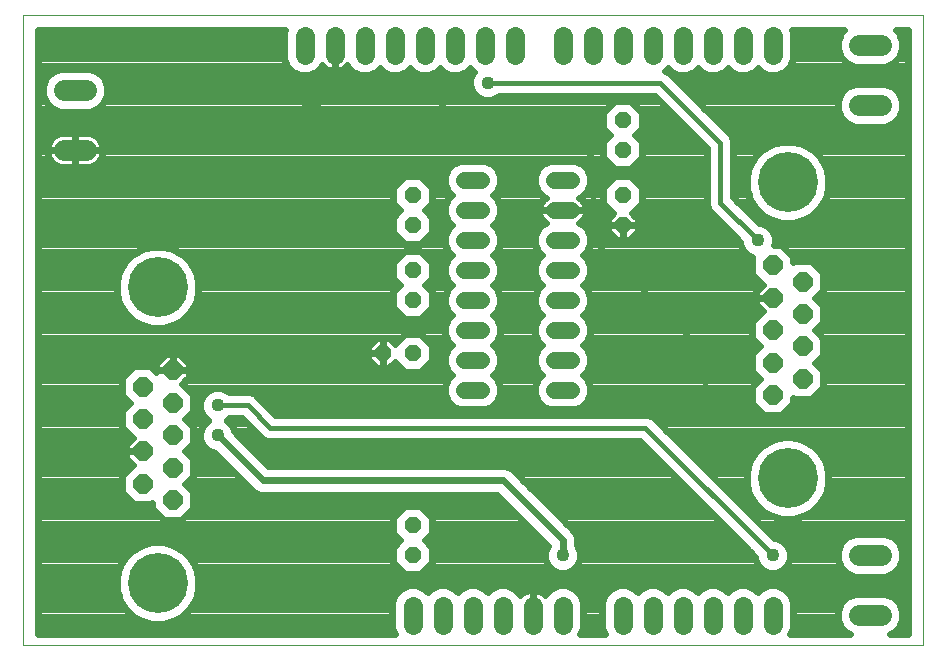
<source format=gtl>
G75*
G70*
%OFA0B0*%
%FSLAX24Y24*%
%IPPOS*%
%LPD*%
%AMOC8*
5,1,8,0,0,1.08239X$1,22.5*
%
%ADD10C,0.0000*%
%ADD11C,0.0560*%
%ADD12OC8,0.0560*%
%ADD13OC8,0.0640*%
%ADD14C,0.2000*%
%ADD15C,0.0634*%
%ADD16C,0.0710*%
%ADD17C,0.0436*%
%ADD18C,0.0160*%
%ADD19C,0.0240*%
D10*
X000181Y001310D02*
X000181Y022310D01*
X030181Y022310D01*
X030181Y001310D01*
X000181Y001310D01*
D11*
X014901Y009810D02*
X015461Y009810D01*
X015461Y010810D02*
X014901Y010810D01*
X014901Y011810D02*
X015461Y011810D01*
X015461Y012810D02*
X014901Y012810D01*
X014901Y013810D02*
X015461Y013810D01*
X015461Y014810D02*
X014901Y014810D01*
X014901Y015810D02*
X015461Y015810D01*
X015461Y016810D02*
X014901Y016810D01*
X017901Y016810D02*
X018461Y016810D01*
X018461Y015810D02*
X017901Y015810D01*
X017901Y014810D02*
X018461Y014810D01*
X018461Y013810D02*
X017901Y013810D01*
X017901Y012810D02*
X018461Y012810D01*
X018461Y011810D02*
X017901Y011810D01*
X017901Y010810D02*
X018461Y010810D01*
X018461Y009810D02*
X017901Y009810D01*
D12*
X013181Y011060D03*
X012181Y011060D03*
X013181Y012810D03*
X013181Y013810D03*
X013181Y015310D03*
X013181Y016310D03*
X020181Y016310D03*
X020181Y015310D03*
X020181Y017810D03*
X020181Y018810D03*
X013181Y005310D03*
X013181Y004310D03*
D13*
X005181Y006150D03*
X005181Y007230D03*
X004181Y006690D03*
X004181Y007770D03*
X005181Y008310D03*
X005181Y009390D03*
X004181Y008850D03*
X004181Y009930D03*
X005181Y010470D03*
X025181Y010730D03*
X025181Y011810D03*
X026181Y011270D03*
X026181Y010190D03*
X025181Y009650D03*
X026181Y012350D03*
X026181Y013430D03*
X025181Y012890D03*
X025181Y013970D03*
D14*
X025681Y016740D03*
X025681Y006880D03*
X004681Y003380D03*
X004681Y013240D03*
D15*
X009581Y020993D02*
X009581Y021627D01*
X010581Y021627D02*
X010581Y020993D01*
X011581Y020993D02*
X011581Y021627D01*
X012581Y021627D02*
X012581Y020993D01*
X013581Y020993D02*
X013581Y021627D01*
X014581Y021627D02*
X014581Y020993D01*
X015581Y020993D02*
X015581Y021627D01*
X016581Y021627D02*
X016581Y020993D01*
X018181Y020993D02*
X018181Y021627D01*
X019181Y021627D02*
X019181Y020993D01*
X020181Y020993D02*
X020181Y021627D01*
X021181Y021627D02*
X021181Y020993D01*
X022181Y020993D02*
X022181Y021627D01*
X023181Y021627D02*
X023181Y020993D01*
X024181Y020993D02*
X024181Y021627D01*
X025181Y021627D02*
X025181Y020993D01*
X025181Y002627D02*
X025181Y001993D01*
X024181Y001993D02*
X024181Y002627D01*
X023181Y002627D02*
X023181Y001993D01*
X022181Y001993D02*
X022181Y002627D01*
X021181Y002627D02*
X021181Y001993D01*
X020181Y001993D02*
X020181Y002627D01*
X018181Y002627D02*
X018181Y001993D01*
X017181Y001993D02*
X017181Y002627D01*
X016181Y002627D02*
X016181Y001993D01*
X015181Y001993D02*
X015181Y002627D01*
X014181Y002627D02*
X014181Y001993D01*
X013181Y001993D02*
X013181Y002627D01*
D16*
X028076Y002310D02*
X028786Y002310D01*
X028786Y004310D02*
X028076Y004310D01*
X028076Y019310D02*
X028786Y019310D01*
X028786Y021310D02*
X028076Y021310D01*
X002286Y019810D02*
X001576Y019810D01*
X001576Y017810D02*
X002286Y017810D01*
D17*
X009681Y019310D03*
X015681Y020060D03*
X020181Y013810D03*
X024681Y014810D03*
X022931Y009060D03*
X025181Y004310D03*
X018181Y004310D03*
X006681Y008310D03*
X006681Y009310D03*
D18*
X007681Y009310D01*
X008431Y008560D01*
X020931Y008560D01*
X025181Y004310D01*
X022931Y009060D02*
X022931Y011060D01*
X020181Y013810D01*
X019181Y014810D01*
X019181Y017560D01*
X018431Y018310D01*
X015181Y018310D01*
X013431Y020060D01*
X009681Y019310D01*
X015681Y020060D02*
X021181Y020060D01*
X021431Y020060D01*
X023431Y018060D01*
X023431Y016060D01*
X024681Y014810D01*
D19*
X024244Y014430D02*
X018986Y014430D01*
X019004Y014448D02*
X019101Y014683D01*
X019101Y014938D01*
X019004Y015173D01*
X018824Y015353D01*
X018734Y015390D01*
X018787Y015429D01*
X018843Y015484D01*
X018889Y015548D01*
X018925Y015618D01*
X018949Y015693D01*
X018961Y015771D01*
X018961Y015810D01*
X018182Y015810D01*
X018182Y015810D01*
X018961Y015810D01*
X018961Y015850D01*
X018949Y015927D01*
X018925Y016002D01*
X018889Y016072D01*
X018843Y016136D01*
X018787Y016192D01*
X018734Y016230D01*
X018824Y016268D01*
X019004Y016448D01*
X019101Y016683D01*
X019101Y016938D01*
X019004Y017173D01*
X018824Y017353D01*
X018589Y017450D01*
X017774Y017450D01*
X017539Y017353D01*
X017359Y017173D01*
X017261Y016938D01*
X017261Y016683D01*
X017359Y016448D01*
X017539Y016268D01*
X017629Y016230D01*
X017576Y016192D01*
X017520Y016136D01*
X017474Y016072D01*
X017438Y016002D01*
X017414Y015927D01*
X017401Y015850D01*
X017401Y015810D01*
X017401Y015771D01*
X017414Y015693D01*
X017438Y015618D01*
X017474Y015548D01*
X017520Y015484D01*
X017576Y015429D01*
X017629Y015390D01*
X017539Y015353D01*
X017359Y015173D01*
X017261Y014938D01*
X017261Y014683D01*
X017359Y014448D01*
X017496Y014310D01*
X017359Y014173D01*
X017261Y013938D01*
X017261Y013683D01*
X017359Y013448D01*
X017496Y013310D01*
X017359Y013173D01*
X017261Y012938D01*
X017261Y012683D01*
X017359Y012448D01*
X017496Y012310D01*
X017359Y012173D01*
X017261Y011938D01*
X017261Y011683D01*
X017359Y011448D01*
X017496Y011310D01*
X017359Y011173D01*
X017261Y010938D01*
X017261Y010683D01*
X017359Y010448D01*
X017496Y010310D01*
X017359Y010173D01*
X017261Y009938D01*
X017261Y009683D01*
X017359Y009448D01*
X017539Y009268D01*
X017774Y009170D01*
X018589Y009170D01*
X018824Y009268D01*
X019004Y009448D01*
X019101Y009683D01*
X019101Y009938D01*
X019004Y010173D01*
X018866Y010310D01*
X019004Y010448D01*
X019101Y010683D01*
X019101Y010938D01*
X019004Y011173D01*
X018866Y011310D01*
X019004Y011448D01*
X019101Y011683D01*
X019101Y011938D01*
X019004Y012173D01*
X018866Y012310D01*
X019004Y012448D01*
X019101Y012683D01*
X019101Y012938D01*
X019004Y013173D01*
X018866Y013310D01*
X019004Y013448D01*
X019101Y013683D01*
X019101Y013938D01*
X019004Y014173D01*
X018866Y014310D01*
X019004Y014448D01*
X019095Y014669D02*
X024114Y014669D01*
X024103Y014695D02*
X024191Y014483D01*
X024354Y014320D01*
X024507Y014257D01*
X024501Y014252D01*
X024501Y013689D01*
X024859Y013331D01*
X024641Y013114D01*
X024641Y012890D01*
X024641Y012667D01*
X024859Y012449D01*
X024501Y012092D01*
X024501Y011529D01*
X024760Y011270D01*
X024501Y011012D01*
X024501Y010449D01*
X024760Y010190D01*
X024501Y009932D01*
X024501Y009369D01*
X024900Y008970D01*
X025463Y008970D01*
X025861Y009369D01*
X025861Y009549D01*
X025900Y009510D01*
X026463Y009510D01*
X026861Y009909D01*
X026861Y010472D01*
X026603Y010730D01*
X026861Y010989D01*
X026861Y011552D01*
X026603Y011810D01*
X026861Y012069D01*
X026861Y012632D01*
X026603Y012890D01*
X026861Y013149D01*
X026861Y013712D01*
X026463Y014110D01*
X025900Y014110D01*
X025861Y014072D01*
X025861Y014252D01*
X025463Y014650D01*
X025241Y014650D01*
X025259Y014695D01*
X025259Y014925D01*
X025171Y015138D01*
X025009Y015300D01*
X024796Y015388D01*
X024726Y015388D01*
X023871Y016242D01*
X023871Y018148D01*
X023804Y018309D01*
X023681Y018433D01*
X021681Y020433D01*
X021608Y020463D01*
X021681Y020536D01*
X021798Y020420D01*
X022047Y020317D01*
X022316Y020317D01*
X022565Y020420D01*
X022681Y020536D01*
X022798Y020420D01*
X023047Y020317D01*
X023316Y020317D01*
X023565Y020420D01*
X023681Y020536D01*
X023798Y020420D01*
X024047Y020317D01*
X024316Y020317D01*
X024565Y020420D01*
X024681Y020536D01*
X024798Y020420D01*
X025047Y020317D01*
X025316Y020317D01*
X025565Y020420D01*
X025755Y020610D01*
X025858Y020859D01*
X025858Y021762D01*
X025838Y021810D01*
X027565Y021810D01*
X027470Y021715D01*
X027361Y021452D01*
X027361Y021168D01*
X027470Y020905D01*
X027671Y020704D01*
X027934Y020595D01*
X028929Y020595D01*
X029191Y020704D01*
X029393Y020905D01*
X029501Y021168D01*
X029501Y021452D01*
X029393Y021715D01*
X029298Y021810D01*
X029681Y021810D01*
X029681Y001670D01*
X029109Y001670D01*
X029191Y001704D01*
X029393Y001905D01*
X029501Y002168D01*
X029501Y002452D01*
X029393Y002715D01*
X029191Y002916D01*
X028929Y003025D01*
X027934Y003025D01*
X027671Y002916D01*
X027470Y002715D01*
X027361Y002452D01*
X027361Y002168D01*
X027470Y001905D01*
X027671Y001704D01*
X027753Y001670D01*
X025780Y001670D01*
X025858Y001859D01*
X025858Y002762D01*
X025755Y003010D01*
X025565Y003201D01*
X025316Y003304D01*
X025047Y003304D01*
X024798Y003201D01*
X024681Y003084D01*
X024565Y003201D01*
X024316Y003304D01*
X024047Y003304D01*
X023798Y003201D01*
X023681Y003084D01*
X023565Y003201D01*
X023316Y003304D01*
X023047Y003304D01*
X022798Y003201D01*
X022681Y003084D01*
X022565Y003201D01*
X022316Y003304D01*
X022047Y003304D01*
X021798Y003201D01*
X021681Y003084D01*
X021565Y003201D01*
X021316Y003304D01*
X021047Y003304D01*
X020798Y003201D01*
X020681Y003084D01*
X020565Y003201D01*
X020316Y003304D01*
X020047Y003304D01*
X019798Y003201D01*
X019608Y003010D01*
X019505Y002762D01*
X019505Y001859D01*
X019583Y001670D01*
X018780Y001670D01*
X018858Y001859D01*
X018858Y002762D01*
X018755Y003010D01*
X018565Y003201D01*
X018316Y003304D01*
X018047Y003304D01*
X017798Y003201D01*
X017608Y003010D01*
X017593Y002974D01*
X017591Y002977D01*
X017531Y003037D01*
X017463Y003086D01*
X017387Y003125D01*
X017307Y003151D01*
X017224Y003164D01*
X017182Y003164D01*
X017182Y002311D01*
X017181Y002311D01*
X017181Y003164D01*
X017139Y003164D01*
X017056Y003151D01*
X016975Y003125D01*
X016900Y003086D01*
X016832Y003037D01*
X016772Y002977D01*
X016770Y002974D01*
X016755Y003010D01*
X016565Y003201D01*
X016316Y003304D01*
X016047Y003304D01*
X015798Y003201D01*
X015681Y003084D01*
X015565Y003201D01*
X015316Y003304D01*
X015047Y003304D01*
X014798Y003201D01*
X014681Y003084D01*
X014565Y003201D01*
X014316Y003304D01*
X014047Y003304D01*
X013798Y003201D01*
X013681Y003084D01*
X013565Y003201D01*
X013316Y003304D01*
X013047Y003304D01*
X012798Y003201D01*
X012608Y003010D01*
X012505Y002762D01*
X012505Y001859D01*
X012583Y001670D01*
X000681Y001670D01*
X000681Y021810D01*
X008925Y021810D01*
X008905Y021762D01*
X008905Y020859D01*
X009008Y020610D01*
X009198Y020420D01*
X009447Y020317D01*
X009716Y020317D01*
X009965Y020420D01*
X010155Y020610D01*
X010170Y020646D01*
X010172Y020644D01*
X010232Y020584D01*
X010300Y020534D01*
X010375Y020496D01*
X010456Y020470D01*
X010539Y020457D01*
X010581Y020457D01*
X010581Y021310D01*
X010582Y021310D01*
X010582Y020457D01*
X010624Y020457D01*
X010707Y020470D01*
X010787Y020496D01*
X010863Y020534D01*
X010931Y020584D01*
X010991Y020644D01*
X010993Y020646D01*
X011008Y020610D01*
X011198Y020420D01*
X011447Y020317D01*
X011716Y020317D01*
X011965Y020420D01*
X012081Y020536D01*
X012198Y020420D01*
X012447Y020317D01*
X012716Y020317D01*
X012965Y020420D01*
X013081Y020536D01*
X013198Y020420D01*
X013447Y020317D01*
X013716Y020317D01*
X013965Y020420D01*
X014081Y020536D01*
X014198Y020420D01*
X014447Y020317D01*
X014716Y020317D01*
X014965Y020420D01*
X015081Y020536D01*
X015198Y020420D01*
X015216Y020412D01*
X015191Y020388D01*
X015103Y020175D01*
X015103Y019945D01*
X015191Y019733D01*
X015354Y019570D01*
X015566Y019482D01*
X015796Y019482D01*
X016009Y019570D01*
X016059Y019620D01*
X021094Y019620D01*
X021249Y019620D01*
X022991Y017878D01*
X022991Y016148D01*
X022991Y015973D01*
X023058Y015811D01*
X024103Y014766D01*
X024103Y014695D01*
X023962Y014907D02*
X020485Y014907D01*
X020389Y014810D02*
X020182Y014810D01*
X020182Y015310D01*
X020182Y015310D01*
X020681Y015310D01*
X020681Y015103D01*
X020389Y014810D01*
X020181Y014810D02*
X020181Y015310D01*
X019681Y015310D01*
X019681Y015103D01*
X019974Y014810D01*
X020181Y014810D01*
X020181Y014907D02*
X020182Y014907D01*
X020181Y015146D02*
X020182Y015146D01*
X020181Y015310D02*
X020182Y015310D01*
X020681Y015310D01*
X020681Y015517D01*
X020487Y015711D01*
X020821Y016045D01*
X020821Y016575D01*
X020446Y016950D01*
X019916Y016950D01*
X019541Y016575D01*
X019541Y016045D01*
X019875Y015711D01*
X019681Y015517D01*
X019681Y015310D01*
X020181Y015310D01*
X020181Y015310D01*
X019877Y014907D02*
X019101Y014907D01*
X019015Y015146D02*
X019681Y015146D01*
X019681Y015384D02*
X018748Y015384D01*
X018926Y015623D02*
X019787Y015623D01*
X019725Y015861D02*
X018960Y015861D01*
X018869Y016100D02*
X019541Y016100D01*
X019541Y016338D02*
X018895Y016338D01*
X019057Y016577D02*
X019543Y016577D01*
X019782Y016816D02*
X019101Y016816D01*
X019053Y017054D02*
X022991Y017054D01*
X022991Y016816D02*
X020581Y016816D01*
X020820Y016577D02*
X022991Y016577D01*
X022991Y016338D02*
X020821Y016338D01*
X020821Y016100D02*
X022991Y016100D01*
X023037Y015861D02*
X020638Y015861D01*
X020576Y015623D02*
X023247Y015623D01*
X023485Y015384D02*
X020681Y015384D01*
X020681Y015146D02*
X023724Y015146D01*
X024491Y015623D02*
X024897Y015623D01*
X024846Y015652D02*
X025156Y015473D01*
X025502Y015380D01*
X025860Y015380D01*
X026206Y015473D01*
X026516Y015652D01*
X026770Y015905D01*
X026949Y016215D01*
X027041Y016561D01*
X027041Y016919D01*
X026949Y017265D01*
X026770Y017575D01*
X026516Y017828D01*
X026206Y018008D01*
X025860Y018100D01*
X025502Y018100D01*
X025156Y018008D01*
X024846Y017828D01*
X024593Y017575D01*
X024414Y017265D01*
X024321Y016919D01*
X024321Y016561D01*
X024414Y016215D01*
X024593Y015905D01*
X024846Y015652D01*
X024806Y015384D02*
X025487Y015384D01*
X025163Y015146D02*
X029681Y015146D01*
X029681Y015384D02*
X025876Y015384D01*
X026466Y015623D02*
X029681Y015623D01*
X029681Y015861D02*
X026726Y015861D01*
X026882Y016100D02*
X029681Y016100D01*
X029681Y016338D02*
X026982Y016338D01*
X027041Y016577D02*
X029681Y016577D01*
X029681Y016816D02*
X027041Y016816D01*
X027005Y017054D02*
X029681Y017054D01*
X029681Y017293D02*
X026933Y017293D01*
X026795Y017531D02*
X029681Y017531D01*
X029681Y017770D02*
X026575Y017770D01*
X026204Y018008D02*
X029681Y018008D01*
X029681Y018247D02*
X023830Y018247D01*
X023871Y018008D02*
X025159Y018008D01*
X024788Y017770D02*
X023871Y017770D01*
X023871Y017531D02*
X024568Y017531D01*
X024430Y017293D02*
X023871Y017293D01*
X023871Y017054D02*
X024358Y017054D01*
X024321Y016816D02*
X023871Y016816D01*
X023871Y016577D02*
X024321Y016577D01*
X024381Y016338D02*
X023871Y016338D01*
X024014Y016100D02*
X024481Y016100D01*
X024637Y015861D02*
X024252Y015861D01*
X025259Y014907D02*
X029681Y014907D01*
X029681Y014669D02*
X025248Y014669D01*
X025683Y014430D02*
X029681Y014430D01*
X029681Y014192D02*
X025861Y014192D01*
X026620Y013953D02*
X029681Y013953D01*
X029681Y013714D02*
X026859Y013714D01*
X026861Y013476D02*
X029681Y013476D01*
X029681Y013237D02*
X026861Y013237D01*
X026712Y012999D02*
X029681Y012999D01*
X029681Y012760D02*
X026733Y012760D01*
X026861Y012522D02*
X029681Y012522D01*
X029681Y012283D02*
X026861Y012283D01*
X026837Y012045D02*
X029681Y012045D01*
X029681Y011806D02*
X026607Y011806D01*
X026846Y011568D02*
X029681Y011568D01*
X029681Y011329D02*
X026861Y011329D01*
X026861Y011091D02*
X029681Y011091D01*
X029681Y010852D02*
X026725Y010852D01*
X026720Y010613D02*
X029681Y010613D01*
X029681Y010375D02*
X026861Y010375D01*
X026861Y010136D02*
X029681Y010136D01*
X029681Y009898D02*
X026851Y009898D01*
X026612Y009659D02*
X029681Y009659D01*
X029681Y009421D02*
X025861Y009421D01*
X025675Y009182D02*
X029681Y009182D01*
X029681Y008944D02*
X021156Y008944D01*
X021181Y008933D02*
X021019Y009000D01*
X020844Y009000D01*
X008614Y009000D01*
X007931Y009683D01*
X007769Y009750D01*
X007594Y009750D01*
X007059Y009750D01*
X007009Y009800D01*
X006796Y009888D01*
X006566Y009888D01*
X006354Y009800D01*
X006191Y009638D01*
X006103Y009425D01*
X006103Y009195D01*
X006191Y008983D01*
X006354Y008820D01*
X006378Y008810D01*
X006354Y008800D01*
X006191Y008638D01*
X006103Y008425D01*
X006103Y008195D01*
X006191Y007983D01*
X006354Y007820D01*
X006566Y007732D01*
X006581Y007732D01*
X007909Y006403D01*
X008086Y006330D01*
X008277Y006330D01*
X015983Y006330D01*
X017687Y004626D01*
X017603Y004425D01*
X017603Y004195D01*
X017691Y003983D01*
X017854Y003820D01*
X018066Y003732D01*
X018296Y003732D01*
X018509Y003820D01*
X018671Y003983D01*
X018759Y004195D01*
X018759Y004425D01*
X018671Y004638D01*
X018661Y004648D01*
X018661Y004715D01*
X018661Y004906D01*
X018588Y005082D01*
X016588Y007082D01*
X016453Y007217D01*
X016277Y007290D01*
X008380Y007290D01*
X007259Y008411D01*
X007259Y008425D01*
X007171Y008638D01*
X007009Y008800D01*
X006985Y008810D01*
X007009Y008820D01*
X007059Y008870D01*
X007499Y008870D01*
X008058Y008311D01*
X008182Y008187D01*
X008344Y008120D01*
X020749Y008120D01*
X024603Y004266D01*
X024603Y004195D01*
X024691Y003983D01*
X024854Y003820D01*
X025066Y003732D01*
X025296Y003732D01*
X025509Y003820D01*
X025671Y003983D01*
X025759Y004195D01*
X025759Y004425D01*
X025671Y004638D01*
X025509Y004800D01*
X025296Y004888D01*
X025226Y004888D01*
X021181Y008933D01*
X021409Y008705D02*
X029681Y008705D01*
X029681Y008467D02*
X021647Y008467D01*
X021886Y008228D02*
X025457Y008228D01*
X025502Y008240D02*
X025156Y008148D01*
X024846Y007968D01*
X024593Y007715D01*
X024414Y007405D01*
X024321Y007059D01*
X024321Y006701D01*
X024414Y006355D01*
X024593Y006045D01*
X024846Y005792D01*
X025156Y005613D01*
X025502Y005520D01*
X025860Y005520D01*
X026206Y005613D01*
X026516Y005792D01*
X026770Y006045D01*
X026949Y006355D01*
X027041Y006701D01*
X027041Y007059D01*
X026949Y007405D01*
X026770Y007715D01*
X026516Y007968D01*
X026206Y008148D01*
X025860Y008240D01*
X025502Y008240D01*
X025906Y008228D02*
X029681Y008228D01*
X029681Y007989D02*
X026480Y007989D01*
X026734Y007751D02*
X029681Y007751D01*
X029681Y007512D02*
X026887Y007512D01*
X026984Y007274D02*
X029681Y007274D01*
X029681Y007035D02*
X027041Y007035D01*
X027041Y006797D02*
X029681Y006797D01*
X029681Y006558D02*
X027003Y006558D01*
X026928Y006320D02*
X029681Y006320D01*
X029681Y006081D02*
X026790Y006081D01*
X026567Y005843D02*
X029681Y005843D01*
X029681Y005604D02*
X026173Y005604D01*
X025225Y004888D02*
X027643Y004888D01*
X027671Y004916D02*
X027470Y004715D01*
X027361Y004452D01*
X027361Y004168D01*
X027470Y003905D01*
X027671Y003704D01*
X027934Y003595D01*
X028929Y003595D01*
X029191Y003704D01*
X029393Y003905D01*
X029501Y004168D01*
X029501Y004452D01*
X029393Y004715D01*
X029191Y004916D01*
X028929Y005025D01*
X027934Y005025D01*
X027671Y004916D01*
X027443Y004650D02*
X025659Y004650D01*
X025759Y004411D02*
X027361Y004411D01*
X027361Y004173D02*
X025750Y004173D01*
X025623Y003934D02*
X027458Y003934D01*
X027692Y003696D02*
X013472Y003696D01*
X013446Y003670D02*
X013821Y004045D01*
X013821Y004575D01*
X013586Y004810D01*
X013821Y005045D01*
X013821Y005575D01*
X013446Y005950D01*
X012916Y005950D01*
X012541Y005575D01*
X012541Y005045D01*
X012776Y004810D01*
X012541Y004575D01*
X012541Y004045D01*
X012916Y003670D01*
X013446Y003670D01*
X013710Y003934D02*
X017740Y003934D01*
X017613Y004173D02*
X013821Y004173D01*
X013821Y004411D02*
X017603Y004411D01*
X017663Y004650D02*
X013747Y004650D01*
X013665Y004888D02*
X017424Y004888D01*
X017186Y005127D02*
X013821Y005127D01*
X013821Y005365D02*
X016947Y005365D01*
X016709Y005604D02*
X013793Y005604D01*
X013554Y005843D02*
X016470Y005843D01*
X016232Y006081D02*
X005861Y006081D01*
X005861Y005869D02*
X005861Y006432D01*
X005603Y006690D01*
X005861Y006949D01*
X005861Y007512D01*
X006800Y007512D01*
X007039Y007274D02*
X005861Y007274D01*
X005861Y007512D02*
X005603Y007770D01*
X005861Y008029D01*
X005861Y008592D01*
X005603Y008850D01*
X005861Y009109D01*
X005861Y009672D01*
X005504Y010029D01*
X005721Y010247D01*
X005721Y010470D01*
X005182Y010470D01*
X005182Y010470D01*
X005721Y010470D01*
X005721Y010694D01*
X005405Y011010D01*
X005182Y011010D01*
X005182Y010471D01*
X005181Y010471D01*
X005181Y011010D01*
X004958Y011010D01*
X004641Y010694D01*
X004641Y010470D01*
X004641Y010432D01*
X004463Y010610D01*
X003900Y010610D01*
X003501Y010212D01*
X003501Y009649D01*
X003760Y009390D01*
X003501Y009132D01*
X003501Y008569D01*
X003859Y008211D01*
X003641Y007994D01*
X003641Y007770D01*
X003641Y007547D01*
X003859Y007329D01*
X003501Y006972D01*
X003501Y006409D01*
X003900Y006010D01*
X004463Y006010D01*
X004501Y006049D01*
X004501Y005869D01*
X004900Y005470D01*
X005463Y005470D01*
X005861Y005869D01*
X005835Y005843D02*
X012809Y005843D01*
X012570Y005604D02*
X005597Y005604D01*
X005861Y006320D02*
X015993Y006320D01*
X016181Y006810D02*
X008181Y006810D01*
X006681Y008310D01*
X007104Y008705D02*
X007664Y008705D01*
X007903Y008467D02*
X007242Y008467D01*
X007442Y008228D02*
X008141Y008228D01*
X007681Y007989D02*
X020880Y007989D01*
X021118Y007751D02*
X007920Y007751D01*
X008158Y007512D02*
X021357Y007512D01*
X021596Y007274D02*
X016316Y007274D01*
X016635Y007035D02*
X021834Y007035D01*
X022073Y006797D02*
X016874Y006797D01*
X017112Y006558D02*
X022311Y006558D01*
X022550Y006320D02*
X017351Y006320D01*
X017589Y006081D02*
X022788Y006081D01*
X023027Y005843D02*
X017828Y005843D01*
X018066Y005604D02*
X023265Y005604D01*
X023504Y005365D02*
X018305Y005365D01*
X018544Y005127D02*
X023742Y005127D01*
X023981Y004888D02*
X018661Y004888D01*
X018661Y004650D02*
X024220Y004650D01*
X024458Y004411D02*
X018759Y004411D01*
X018750Y004173D02*
X024613Y004173D01*
X024740Y003934D02*
X018623Y003934D01*
X018181Y004310D02*
X018181Y004810D01*
X016181Y006810D01*
X015589Y009170D02*
X014774Y009170D01*
X014539Y009268D01*
X014359Y009448D01*
X014261Y009683D01*
X014261Y009938D01*
X014359Y010173D01*
X014496Y010310D01*
X014359Y010448D01*
X014261Y010683D01*
X014261Y010938D01*
X014359Y011173D01*
X014496Y011310D01*
X014359Y011448D01*
X014261Y011683D01*
X014261Y011938D01*
X014359Y012173D01*
X014496Y012310D01*
X014359Y012448D01*
X014261Y012683D01*
X014261Y012938D01*
X014359Y013173D01*
X014496Y013310D01*
X014359Y013448D01*
X014261Y013683D01*
X014261Y013938D01*
X014359Y014173D01*
X014496Y014310D01*
X014359Y014448D01*
X014261Y014683D01*
X014261Y014938D01*
X014359Y015173D01*
X014496Y015310D01*
X014359Y015448D01*
X014261Y015683D01*
X014261Y015938D01*
X014359Y016173D01*
X014496Y016310D01*
X014359Y016448D01*
X014261Y016683D01*
X014261Y016938D01*
X014359Y017173D01*
X014539Y017353D01*
X014774Y017450D01*
X015589Y017450D01*
X015824Y017353D01*
X016004Y017173D01*
X016101Y016938D01*
X016101Y016683D01*
X016004Y016448D01*
X015866Y016310D01*
X016004Y016173D01*
X016101Y015938D01*
X016101Y015683D01*
X016004Y015448D01*
X015866Y015310D01*
X016004Y015173D01*
X016101Y014938D01*
X016101Y014683D01*
X016004Y014448D01*
X015866Y014310D01*
X016004Y014173D01*
X016101Y013938D01*
X016101Y013683D01*
X016004Y013448D01*
X015866Y013310D01*
X016004Y013173D01*
X016101Y012938D01*
X016101Y012683D01*
X016004Y012448D01*
X015866Y012310D01*
X016004Y012173D01*
X016101Y011938D01*
X016101Y011683D01*
X016004Y011448D01*
X015866Y011310D01*
X016004Y011173D01*
X016101Y010938D01*
X016101Y010683D01*
X016004Y010448D01*
X015866Y010310D01*
X016004Y010173D01*
X016101Y009938D01*
X016101Y009683D01*
X016004Y009448D01*
X015824Y009268D01*
X015589Y009170D01*
X015617Y009182D02*
X017745Y009182D01*
X017386Y009421D02*
X015977Y009421D01*
X016092Y009659D02*
X017271Y009659D01*
X017261Y009898D02*
X016101Y009898D01*
X016019Y010136D02*
X017344Y010136D01*
X017432Y010375D02*
X015931Y010375D01*
X016073Y010613D02*
X017290Y010613D01*
X017261Y010852D02*
X016101Y010852D01*
X016038Y011091D02*
X017325Y011091D01*
X017477Y011329D02*
X015885Y011329D01*
X016054Y011568D02*
X017309Y011568D01*
X017261Y011806D02*
X016101Y011806D01*
X016057Y012045D02*
X017306Y012045D01*
X017469Y012283D02*
X015893Y012283D01*
X016035Y012522D02*
X017328Y012522D01*
X017261Y012760D02*
X016101Y012760D01*
X016076Y012999D02*
X017287Y012999D01*
X017424Y013237D02*
X015939Y013237D01*
X016016Y013476D02*
X017347Y013476D01*
X017261Y013714D02*
X016101Y013714D01*
X016095Y013953D02*
X017268Y013953D01*
X017378Y014192D02*
X015985Y014192D01*
X015986Y014430D02*
X017376Y014430D01*
X017267Y014669D02*
X016095Y014669D01*
X016101Y014907D02*
X017261Y014907D01*
X017348Y015146D02*
X016015Y015146D01*
X015941Y015384D02*
X017615Y015384D01*
X017437Y015623D02*
X016076Y015623D01*
X016101Y015861D02*
X017403Y015861D01*
X017401Y015810D02*
X018181Y015810D01*
X017401Y015810D01*
X017494Y016100D02*
X016034Y016100D01*
X015895Y016338D02*
X017468Y016338D01*
X017305Y016577D02*
X016057Y016577D01*
X016101Y016816D02*
X017261Y016816D01*
X017310Y017054D02*
X016053Y017054D01*
X015884Y017293D02*
X017479Y017293D01*
X018884Y017293D02*
X019794Y017293D01*
X019916Y017170D02*
X019541Y017545D01*
X019541Y018075D01*
X019776Y018310D01*
X019541Y018545D01*
X019541Y019075D01*
X019916Y019450D01*
X020446Y019450D01*
X020821Y019075D01*
X020821Y018545D01*
X020586Y018310D01*
X020821Y018075D01*
X020821Y017545D01*
X020446Y017170D01*
X019916Y017170D01*
X019555Y017531D02*
X002790Y017531D01*
X002778Y017509D02*
X002819Y017589D01*
X002847Y017676D01*
X002861Y017765D01*
X002861Y017810D01*
X001932Y017810D01*
X001932Y017810D01*
X002861Y017810D01*
X002861Y017855D01*
X002847Y017945D01*
X002819Y018031D01*
X002778Y018112D01*
X002725Y018185D01*
X002661Y018249D01*
X002588Y018302D01*
X002507Y018343D01*
X002421Y018371D01*
X002332Y018385D01*
X001932Y018385D01*
X001932Y017811D01*
X001931Y017811D01*
X001931Y018385D01*
X001531Y018385D01*
X001442Y018371D01*
X001356Y018343D01*
X001275Y018302D01*
X001202Y018249D01*
X001138Y018185D01*
X001085Y018112D01*
X001044Y018031D01*
X001016Y017945D01*
X001001Y017855D01*
X001001Y017810D01*
X001001Y017765D01*
X001016Y017676D01*
X001044Y017589D01*
X001085Y017509D01*
X001138Y017436D01*
X001202Y017372D01*
X001275Y017318D01*
X001356Y017277D01*
X001442Y017249D01*
X001531Y017235D01*
X001931Y017235D01*
X001931Y017810D01*
X001001Y017810D01*
X001931Y017810D01*
X001931Y017810D01*
X001932Y017810D01*
X001932Y017235D01*
X002332Y017235D01*
X002421Y017249D01*
X002507Y017277D01*
X002588Y017318D01*
X002661Y017372D01*
X002725Y017436D01*
X002778Y017509D01*
X002861Y017770D02*
X019541Y017770D01*
X019541Y018008D02*
X002827Y018008D01*
X002663Y018247D02*
X019713Y018247D01*
X019601Y018485D02*
X000681Y018485D01*
X000681Y018247D02*
X001200Y018247D01*
X001036Y018008D02*
X000681Y018008D01*
X000681Y017770D02*
X001001Y017770D01*
X001073Y017531D02*
X000681Y017531D01*
X000681Y017293D02*
X001326Y017293D01*
X001931Y017293D02*
X001932Y017293D01*
X001931Y017531D02*
X001932Y017531D01*
X001931Y017770D02*
X001932Y017770D01*
X001931Y018008D02*
X001932Y018008D01*
X001931Y018247D02*
X001932Y018247D01*
X002429Y019095D02*
X001434Y019095D01*
X001171Y019204D01*
X000970Y019405D01*
X000861Y019668D01*
X000861Y019952D01*
X000970Y020215D01*
X001171Y020416D01*
X001434Y020525D01*
X002429Y020525D01*
X002691Y020416D01*
X002893Y020215D01*
X003001Y019952D01*
X003001Y019668D01*
X002893Y019405D01*
X002691Y019204D01*
X002429Y019095D01*
X002684Y019201D02*
X019667Y019201D01*
X019541Y018962D02*
X000681Y018962D01*
X000681Y018724D02*
X019541Y018724D01*
X019906Y019440D02*
X002907Y019440D01*
X003001Y019678D02*
X015246Y019678D01*
X015115Y019917D02*
X003001Y019917D01*
X002917Y020155D02*
X015103Y020155D01*
X015197Y020394D02*
X014902Y020394D01*
X014260Y020394D02*
X013902Y020394D01*
X013260Y020394D02*
X012902Y020394D01*
X012260Y020394D02*
X011902Y020394D01*
X011260Y020394D02*
X009902Y020394D01*
X010164Y020632D02*
X010183Y020632D01*
X010581Y020632D02*
X010582Y020632D01*
X010581Y020871D02*
X010582Y020871D01*
X010581Y021109D02*
X010582Y021109D01*
X010979Y020632D02*
X010998Y020632D01*
X009260Y020394D02*
X002714Y020394D01*
X001149Y020394D02*
X000681Y020394D01*
X000681Y020632D02*
X008998Y020632D01*
X008905Y020871D02*
X000681Y020871D01*
X000681Y021109D02*
X008905Y021109D01*
X008905Y021348D02*
X000681Y021348D01*
X000681Y021586D02*
X008905Y021586D01*
X014479Y017293D02*
X002537Y017293D01*
X000681Y017054D02*
X014310Y017054D01*
X014261Y016816D02*
X013581Y016816D01*
X013446Y016950D02*
X012916Y016950D01*
X012541Y016575D01*
X012541Y016045D01*
X012776Y015810D01*
X012541Y015575D01*
X012541Y015045D01*
X012916Y014670D01*
X013446Y014670D01*
X013821Y015045D01*
X013821Y015575D01*
X013586Y015810D01*
X013821Y016045D01*
X013821Y016575D01*
X013446Y016950D01*
X013820Y016577D02*
X014305Y016577D01*
X014468Y016338D02*
X013821Y016338D01*
X013821Y016100D02*
X014329Y016100D01*
X014261Y015861D02*
X013638Y015861D01*
X013774Y015623D02*
X014286Y015623D01*
X014422Y015384D02*
X013821Y015384D01*
X013821Y015146D02*
X014348Y015146D01*
X014261Y014907D02*
X013683Y014907D01*
X014267Y014669D02*
X000681Y014669D01*
X000681Y014907D02*
X012679Y014907D01*
X012541Y015146D02*
X000681Y015146D01*
X000681Y015384D02*
X012541Y015384D01*
X012589Y015623D02*
X000681Y015623D01*
X000681Y015861D02*
X012725Y015861D01*
X012541Y016100D02*
X000681Y016100D01*
X000681Y016338D02*
X012541Y016338D01*
X012543Y016577D02*
X000681Y016577D01*
X000681Y016816D02*
X012782Y016816D01*
X012916Y014450D02*
X012541Y014075D01*
X012541Y013545D01*
X012776Y013310D01*
X012541Y013075D01*
X012541Y012545D01*
X012916Y012170D01*
X013446Y012170D01*
X013821Y012545D01*
X013821Y013075D01*
X013586Y013310D01*
X013821Y013545D01*
X013821Y014075D01*
X013446Y014450D01*
X012916Y014450D01*
X012896Y014430D02*
X005340Y014430D01*
X005206Y014508D02*
X004860Y014600D01*
X004502Y014600D01*
X004156Y014508D01*
X003846Y014328D01*
X003593Y014075D01*
X003414Y013765D01*
X003321Y013419D01*
X003321Y013061D01*
X003414Y012715D01*
X003593Y012405D01*
X003846Y012152D01*
X004156Y011973D01*
X004502Y011880D01*
X004860Y011880D01*
X005206Y011973D01*
X005516Y012152D01*
X005770Y012405D01*
X005949Y012715D01*
X006041Y013061D01*
X006041Y013419D01*
X005949Y013765D01*
X005770Y014075D01*
X005516Y014328D01*
X005206Y014508D01*
X005653Y014192D02*
X012658Y014192D01*
X012541Y013953D02*
X005840Y013953D01*
X005962Y013714D02*
X012541Y013714D01*
X012611Y013476D02*
X006026Y013476D01*
X006041Y013237D02*
X012704Y013237D01*
X012541Y012999D02*
X006025Y012999D01*
X005961Y012760D02*
X012541Y012760D01*
X012565Y012522D02*
X005837Y012522D01*
X005648Y012283D02*
X012803Y012283D01*
X012916Y011700D02*
X012582Y011366D01*
X012389Y011560D01*
X012182Y011560D01*
X012182Y011061D01*
X012181Y011061D01*
X012181Y011560D01*
X011974Y011560D01*
X011681Y011267D01*
X011681Y011060D01*
X011681Y010853D01*
X011974Y010560D01*
X012181Y010560D01*
X012181Y011060D01*
X011681Y011060D01*
X012181Y011060D01*
X012181Y011060D01*
X012182Y011060D01*
X012182Y010560D01*
X012389Y010560D01*
X012582Y010754D01*
X012916Y010420D01*
X013446Y010420D01*
X013821Y010795D01*
X013821Y011325D01*
X013446Y011700D01*
X012916Y011700D01*
X012784Y011568D02*
X000681Y011568D01*
X000681Y011806D02*
X014261Y011806D01*
X014306Y012045D02*
X005331Y012045D01*
X004032Y012045D02*
X000681Y012045D01*
X000681Y012283D02*
X003715Y012283D01*
X003526Y012522D02*
X000681Y012522D01*
X000681Y012760D02*
X003402Y012760D01*
X003338Y012999D02*
X000681Y012999D01*
X000681Y013237D02*
X003321Y013237D01*
X003337Y013476D02*
X000681Y013476D01*
X000681Y013714D02*
X003401Y013714D01*
X003523Y013953D02*
X000681Y013953D01*
X000681Y014192D02*
X003709Y014192D01*
X004022Y014430D02*
X000681Y014430D01*
X000681Y011329D02*
X011743Y011329D01*
X011681Y011091D02*
X000681Y011091D01*
X000681Y010852D02*
X004800Y010852D01*
X004641Y010613D02*
X000681Y010613D01*
X000681Y010375D02*
X003664Y010375D01*
X003501Y010136D02*
X000681Y010136D01*
X000681Y009898D02*
X003501Y009898D01*
X003501Y009659D02*
X000681Y009659D01*
X000681Y009421D02*
X003729Y009421D01*
X003552Y009182D02*
X000681Y009182D01*
X000681Y008944D02*
X003501Y008944D01*
X003501Y008705D02*
X000681Y008705D01*
X000681Y008467D02*
X003603Y008467D01*
X003842Y008228D02*
X000681Y008228D01*
X000681Y007989D02*
X003641Y007989D01*
X003641Y007770D02*
X004181Y007770D01*
X003641Y007770D01*
X003641Y007751D02*
X000681Y007751D01*
X000681Y007512D02*
X003676Y007512D01*
X003803Y007274D02*
X000681Y007274D01*
X000681Y007035D02*
X003565Y007035D01*
X003501Y006797D02*
X000681Y006797D01*
X000681Y006558D02*
X003501Y006558D01*
X003590Y006320D02*
X000681Y006320D01*
X000681Y006081D02*
X003829Y006081D01*
X004527Y005843D02*
X000681Y005843D01*
X000681Y005604D02*
X004766Y005604D01*
X004860Y004740D02*
X004502Y004740D01*
X004156Y004648D01*
X003846Y004468D01*
X003593Y004215D01*
X003414Y003905D01*
X003321Y003559D01*
X003321Y003201D01*
X003414Y002855D01*
X003593Y002545D01*
X003846Y002292D01*
X004156Y002113D01*
X004502Y002020D01*
X004860Y002020D01*
X005206Y002113D01*
X005516Y002292D01*
X005770Y002545D01*
X005949Y002855D01*
X006041Y003201D01*
X006041Y003559D01*
X005949Y003905D01*
X005770Y004215D01*
X005516Y004468D01*
X005206Y004648D01*
X004860Y004740D01*
X005198Y004650D02*
X012616Y004650D01*
X012541Y004411D02*
X005574Y004411D01*
X005794Y004173D02*
X012541Y004173D01*
X012652Y003934D02*
X005932Y003934D01*
X006005Y003696D02*
X012891Y003696D01*
X012841Y003219D02*
X006041Y003219D01*
X006041Y003457D02*
X029681Y003457D01*
X029681Y003219D02*
X025522Y003219D01*
X025768Y002980D02*
X027825Y002980D01*
X027497Y002741D02*
X025858Y002741D01*
X025858Y002503D02*
X027382Y002503D01*
X027361Y002264D02*
X025858Y002264D01*
X025858Y002026D02*
X027420Y002026D01*
X027588Y001787D02*
X025829Y001787D01*
X024841Y003219D02*
X024522Y003219D01*
X023841Y003219D02*
X023522Y003219D01*
X022841Y003219D02*
X022522Y003219D01*
X021841Y003219D02*
X021522Y003219D01*
X020841Y003219D02*
X020522Y003219D01*
X019841Y003219D02*
X018522Y003219D01*
X018768Y002980D02*
X019595Y002980D01*
X019505Y002741D02*
X018858Y002741D01*
X018858Y002503D02*
X019505Y002503D01*
X019505Y002264D02*
X018858Y002264D01*
X018858Y002026D02*
X019505Y002026D01*
X019534Y001787D02*
X018829Y001787D01*
X017595Y002980D02*
X017588Y002980D01*
X017841Y003219D02*
X016522Y003219D01*
X016768Y002980D02*
X016775Y002980D01*
X017181Y002980D02*
X017182Y002980D01*
X017181Y002741D02*
X017182Y002741D01*
X017181Y002503D02*
X017182Y002503D01*
X015841Y003219D02*
X015522Y003219D01*
X014841Y003219D02*
X014522Y003219D01*
X013841Y003219D02*
X013522Y003219D01*
X012595Y002980D02*
X005982Y002980D01*
X005883Y002741D02*
X012505Y002741D01*
X012505Y002503D02*
X005727Y002503D01*
X005469Y002264D02*
X012505Y002264D01*
X012505Y002026D02*
X004881Y002026D01*
X004481Y002026D02*
X000681Y002026D01*
X000681Y002264D02*
X003894Y002264D01*
X003635Y002503D02*
X000681Y002503D01*
X000681Y002741D02*
X003480Y002741D01*
X003381Y002980D02*
X000681Y002980D01*
X000681Y003219D02*
X003321Y003219D01*
X003321Y003457D02*
X000681Y003457D01*
X000681Y003696D02*
X003358Y003696D01*
X003431Y003934D02*
X000681Y003934D01*
X000681Y004173D02*
X003569Y004173D01*
X003789Y004411D02*
X000681Y004411D01*
X000681Y004650D02*
X004165Y004650D01*
X005735Y006558D02*
X007755Y006558D01*
X007516Y006797D02*
X005710Y006797D01*
X005861Y007035D02*
X007278Y007035D01*
X006521Y007751D02*
X005622Y007751D01*
X005822Y007989D02*
X006189Y007989D01*
X006103Y008228D02*
X005861Y008228D01*
X005861Y008467D02*
X006120Y008467D01*
X006259Y008705D02*
X005748Y008705D01*
X005696Y008944D02*
X006230Y008944D01*
X006109Y009182D02*
X005861Y009182D01*
X005861Y009421D02*
X006103Y009421D01*
X006213Y009659D02*
X005861Y009659D01*
X005635Y009898D02*
X014261Y009898D01*
X014271Y009659D02*
X007955Y009659D01*
X008193Y009421D02*
X014386Y009421D01*
X014745Y009182D02*
X008432Y009182D01*
X005721Y010375D02*
X014432Y010375D01*
X014344Y010136D02*
X005611Y010136D01*
X005721Y010613D02*
X011921Y010613D01*
X012181Y010613D02*
X012182Y010613D01*
X012181Y010852D02*
X012182Y010852D01*
X012181Y011091D02*
X012182Y011091D01*
X012181Y011329D02*
X012182Y011329D01*
X011683Y010852D02*
X005563Y010852D01*
X005182Y010852D02*
X005181Y010852D01*
X005181Y010613D02*
X005182Y010613D01*
X005181Y010470D02*
X005181Y010470D01*
X004641Y010470D01*
X005181Y010470D01*
X004181Y007770D02*
X004181Y007770D01*
X000681Y005365D02*
X012541Y005365D01*
X012541Y005127D02*
X000681Y005127D01*
X000681Y004888D02*
X012698Y004888D01*
X012534Y001787D02*
X000681Y001787D01*
X012442Y010613D02*
X012723Y010613D01*
X013640Y010613D02*
X014290Y010613D01*
X014261Y010852D02*
X013821Y010852D01*
X013821Y011091D02*
X014325Y011091D01*
X014477Y011329D02*
X013818Y011329D01*
X013579Y011568D02*
X014309Y011568D01*
X014469Y012283D02*
X013559Y012283D01*
X013798Y012522D02*
X014328Y012522D01*
X014261Y012760D02*
X013821Y012760D01*
X013821Y012999D02*
X014287Y012999D01*
X014424Y013237D02*
X013659Y013237D01*
X013752Y013476D02*
X014347Y013476D01*
X014261Y013714D02*
X013821Y013714D01*
X013821Y013953D02*
X014268Y013953D01*
X014378Y014192D02*
X013705Y014192D01*
X013467Y014430D02*
X014376Y014430D01*
X018181Y015810D02*
X018181Y015810D01*
X018985Y014192D02*
X024501Y014192D01*
X024501Y013953D02*
X019095Y013953D01*
X019101Y013714D02*
X024501Y013714D01*
X024714Y013476D02*
X019016Y013476D01*
X018939Y013237D02*
X024765Y013237D01*
X024641Y012999D02*
X019076Y012999D01*
X019101Y012760D02*
X024641Y012760D01*
X024641Y012890D02*
X025181Y012890D01*
X025181Y012890D01*
X024641Y012890D01*
X024786Y012522D02*
X019035Y012522D01*
X018893Y012283D02*
X024693Y012283D01*
X024501Y012045D02*
X019057Y012045D01*
X019101Y011806D02*
X024501Y011806D01*
X024501Y011568D02*
X019054Y011568D01*
X018885Y011329D02*
X024701Y011329D01*
X024580Y011091D02*
X019038Y011091D01*
X019101Y010852D02*
X024501Y010852D01*
X024501Y010613D02*
X019073Y010613D01*
X018931Y010375D02*
X024575Y010375D01*
X024706Y010136D02*
X019019Y010136D01*
X019101Y009898D02*
X024501Y009898D01*
X024501Y009659D02*
X019092Y009659D01*
X018977Y009421D02*
X024501Y009421D01*
X024688Y009182D02*
X018617Y009182D01*
X022124Y007989D02*
X024883Y007989D01*
X024629Y007751D02*
X022363Y007751D01*
X022601Y007512D02*
X024476Y007512D01*
X024379Y007274D02*
X022840Y007274D01*
X023079Y007035D02*
X024321Y007035D01*
X024321Y006797D02*
X023317Y006797D01*
X023556Y006558D02*
X024360Y006558D01*
X024435Y006320D02*
X023794Y006320D01*
X024033Y006081D02*
X024572Y006081D01*
X024796Y005843D02*
X024271Y005843D01*
X024510Y005604D02*
X025190Y005604D01*
X024748Y005365D02*
X029681Y005365D01*
X029681Y005127D02*
X024987Y005127D01*
X029038Y002980D02*
X029681Y002980D01*
X029681Y002741D02*
X029366Y002741D01*
X029480Y002503D02*
X029681Y002503D01*
X029681Y002264D02*
X029501Y002264D01*
X029442Y002026D02*
X029681Y002026D01*
X029681Y001787D02*
X029275Y001787D01*
X029171Y003696D02*
X029681Y003696D01*
X029681Y003934D02*
X029405Y003934D01*
X029501Y004173D02*
X029681Y004173D01*
X029681Y004411D02*
X029501Y004411D01*
X029420Y004650D02*
X029681Y004650D01*
X029681Y004888D02*
X029219Y004888D01*
X022991Y017293D02*
X020569Y017293D01*
X020807Y017531D02*
X022991Y017531D01*
X022991Y017770D02*
X020821Y017770D01*
X020821Y018008D02*
X022861Y018008D01*
X022623Y018247D02*
X020650Y018247D01*
X020762Y018485D02*
X022384Y018485D01*
X022145Y018724D02*
X020821Y018724D01*
X020821Y018962D02*
X021907Y018962D01*
X021668Y019201D02*
X020696Y019201D01*
X020457Y019440D02*
X021430Y019440D01*
X021959Y020155D02*
X029681Y020155D01*
X029681Y019917D02*
X029191Y019917D01*
X029191Y019916D02*
X028929Y020025D01*
X027934Y020025D01*
X027671Y019916D01*
X027470Y019715D01*
X027361Y019452D01*
X027361Y019168D01*
X027470Y018905D01*
X027671Y018704D01*
X027934Y018595D01*
X028929Y018595D01*
X029191Y018704D01*
X029393Y018905D01*
X029501Y019168D01*
X029501Y019452D01*
X029393Y019715D01*
X029191Y019916D01*
X029408Y019678D02*
X029681Y019678D01*
X029681Y019440D02*
X029501Y019440D01*
X029501Y019201D02*
X029681Y019201D01*
X029681Y018962D02*
X029416Y018962D01*
X029211Y018724D02*
X029681Y018724D01*
X029681Y018485D02*
X023629Y018485D01*
X023390Y018724D02*
X027652Y018724D01*
X027447Y018962D02*
X023151Y018962D01*
X022913Y019201D02*
X027361Y019201D01*
X027361Y019440D02*
X022674Y019440D01*
X022436Y019678D02*
X027455Y019678D01*
X027672Y019917D02*
X022197Y019917D01*
X022502Y020394D02*
X022860Y020394D01*
X023502Y020394D02*
X023860Y020394D01*
X024502Y020394D02*
X024860Y020394D01*
X025502Y020394D02*
X029681Y020394D01*
X029681Y020632D02*
X029018Y020632D01*
X029358Y020871D02*
X029681Y020871D01*
X029681Y021109D02*
X029477Y021109D01*
X029501Y021348D02*
X029681Y021348D01*
X029681Y021586D02*
X029446Y021586D01*
X027845Y020632D02*
X025764Y020632D01*
X025858Y020871D02*
X027505Y020871D01*
X027386Y021109D02*
X025858Y021109D01*
X025858Y021348D02*
X027361Y021348D01*
X027417Y021586D02*
X025858Y021586D01*
X021860Y020394D02*
X021720Y020394D01*
X001179Y019201D02*
X000681Y019201D01*
X000681Y019440D02*
X000956Y019440D01*
X000861Y019678D02*
X000681Y019678D01*
X000681Y019917D02*
X000861Y019917D01*
X000945Y020155D02*
X000681Y020155D01*
M02*

</source>
